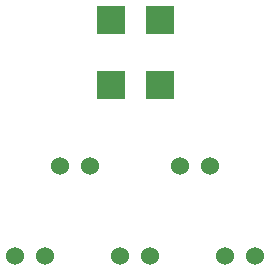
<source format=gbr>
G04 EAGLE Gerber RS-274X export*
G75*
%MOMM*%
%FSLAX34Y34*%
%LPD*%
%INTop Copper*%
%IPPOS*%
%AMOC8*
5,1,8,0,0,1.08239X$1,22.5*%
G01*
%ADD10C,1.530000*%
%ADD11R,2.380000X2.380000*%


D10*
X279400Y50800D03*
X254000Y50800D03*
X190500Y50800D03*
X165100Y50800D03*
X101600Y50800D03*
X76200Y50800D03*
X241300Y127000D03*
X215900Y127000D03*
X139700Y127000D03*
X114300Y127000D03*
D11*
X198800Y196020D03*
X156800Y196020D03*
X156800Y251020D03*
X198800Y251020D03*
M02*

</source>
